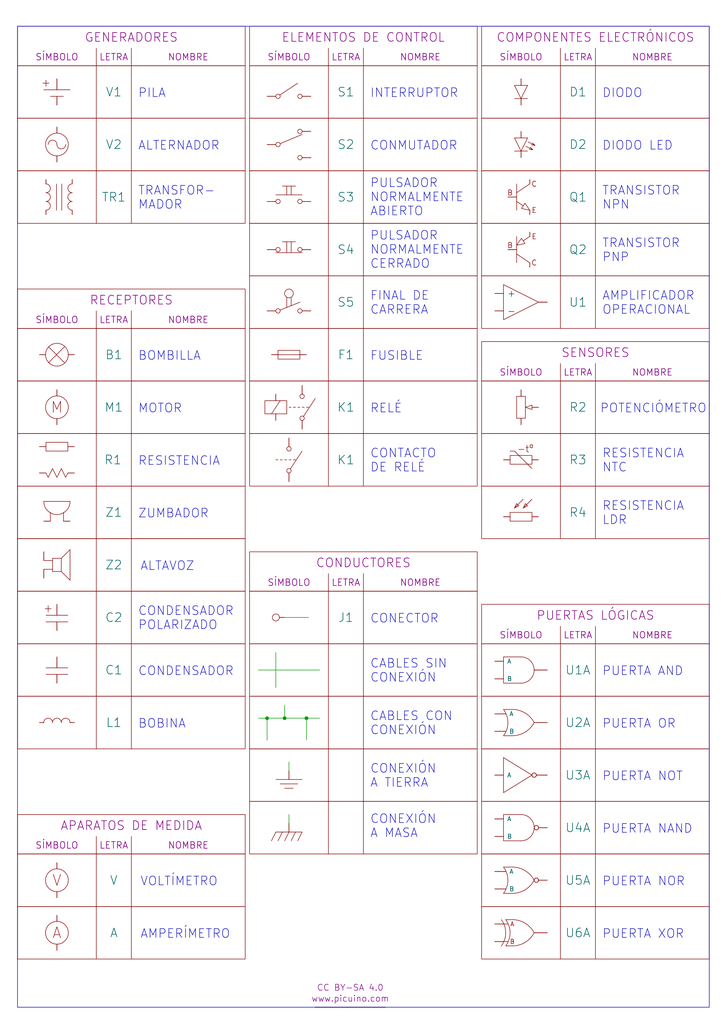
<source format=kicad_sch>
(kicad_sch (version 20231120) (generator "eeschema") (generator_version "8.0")
  (paper "A4" portrait)
  (title_block (title "Símbolos eléctricos y electrónicos.") (date "23/10/2018") (company "www.picuino.com") (comment 1 "Copyright (c) 2018 by Carlos Pardo") (comment 2 "License CC BY-SA 4.0"))
  (lib_symbols
    (symbol "AO_1" (pin_names (offset 1.016))
      (property "Reference" "U1" (at 20.955 0 0))
      (symbol "AO_1_1_1"
        (pin output line (at 12.7 0 180) (length 2.54) (name "") (number ""))
        (pin input line (at -2.54 2.54 0) (length 2.54) (name "+") (number ""))
        (pin input line (at -2.54 -2.54 0) (length 2.54) (name "-") (number ""))
      )
    )
    (symbol "electric-simbolos-nombres-rescue:amperimetro-simbolos" (pin_names (offset 1.016))
      (property "Reference" "A" (at 5.08 -5.08 0))
      (symbol "amperimetro-simbolos_0_0"
        (text "A" (at 0 -5.08 0) (effects (font (size 3.175 3.175))))
      )
      (symbol "amperimetro-simbolos_1_1"
        (pin input line (at 0 -10.16 90) (length 1.778) (name "") (number ""))
        (pin input line (at 0 0 270) (length 1.778) (name "") (number ""))
      )
    )
    (symbol "electric-simbolos-nombres-rescue:condensador-simbolos" (pin_names (offset 1.016))
      (property "Reference" "C" (at 3.81 -4.445 0))
      (symbol "condensador-simbolos_1_1"
        (pin input line (at 0 -7.62 90) (length 2.54) (name "") (number ""))
        (pin input line (at 0 0 270) (length 3.175) (name "") (number ""))
      )
    )
    (symbol "electric-simbolos-nombres-rescue:condensador_pol-simbolos" (pin_names (offset 1.016))
      (property "Reference" "C" (at 3.81 -4.445 0))
      (symbol "condensador_pol-simbolos_1_1"
        (pin input line (at 0 -7.62 90) (length 2.54) (name "") (number ""))
        (pin input line (at 0 0 270) (length 3.175) (name "") (number ""))
      )
    )
    (symbol "electric-simbolos-nombres-rescue:conector-simbolos" (pin_names (offset 1.016))
      (symbol "conector-simbolos_1_1"
        (pin input line (at 0 0 0) (length 1.524) (name "") (number ""))
      )
    )
    (symbol "electric-simbolos-nombres-rescue:diodo-simbolos" (pin_names (offset 1.016))
      (property "Reference" "D" (at 2.54 -3.81 0))
      (symbol "diodo-simbolos_1_1"
        (pin input line (at 0 -7.62 90) (length 1.905) (name "") (number ""))
        (pin input line (at 0 0 270) (length 1.905) (name "") (number ""))
      )
    )
    (symbol "electric-simbolos-nombres-rescue:diodo_led-simbolos" (pin_names (offset 1.016))
      (property "Reference" "D" (at 5.08 -3.81 0))
      (symbol "diodo_led-simbolos_1_1"
        (pin input line (at 0 -7.62 90) (length 1.905) (name "") (number ""))
        (pin input line (at 0 0 270) (length 1.905) (name "") (number ""))
      )
    )
    (symbol "electric-simbolos-nombres-rescue:final_carrera-simbolos" (pin_names (offset 1.016))
      (property "Reference" "S" (at 4.445 3.175 0))
      (symbol "final_carrera-simbolos_1_1"
        (pin input line (at 0 0 0) (length 2.54) (name "") (number ""))
        (pin input line (at 12.7 0 180) (length 2.54) (name "") (number ""))
      )
    )
    (symbol "electric-simbolos-nombres-rescue:fusible-simbolos" (pin_names (offset 1.016))
      (property "Reference" "F" (at 1.905 -5.08 0))
      (symbol "fusible-simbolos_1_1"
        (pin input line (at 0 -10.16 90) (length 1.905) (name "") (number ""))
        (pin input line (at 0 0 270) (length 1.905) (name "") (number ""))
      )
    )
    (symbol "electric-simbolos-nombres-rescue:generador-simbolos" (pin_names (offset 1.016))
      (property "Reference" "V" (at 4.445 -5.08 0))
      (symbol "generador-simbolos_1_1"
        (pin input line (at 0 -10.16 90) (length 1.778) (name "") (number ""))
        (pin input line (at 0 0 270) (length 1.778) (name "") (number ""))
      )
    )
    (symbol "electric-simbolos-nombres-rescue:inductancia-simbolos" (pin_names (offset 1.016))
      (property "Reference" "L" (at 0.635 -5.08 0))
      (symbol "inductancia-simbolos_1_1"
        (pin input line (at 0 -10.16 90) (length 1.27) (name "") (number ""))
        (pin input line (at 0 0 270) (length 1.27) (name "") (number ""))
      )
    )
    (symbol "electric-simbolos-nombres-rescue:lampara-simbolos" (pin_names (offset 1.016))
      (property "Reference" "L" (at 4.445 -5.08 0))
      (symbol "lampara-simbolos_1_1"
        (pin input line (at 0 -10.16 90) (length 1.778) (name "") (number ""))
        (pin input line (at 0 0 270) (length 1.778) (name "") (number ""))
      )
    )
    (symbol "electric-simbolos-nombres-rescue:logic_and-simbolos" (pin_names (offset 1.016))
      (property "Reference" "U1" (at 24.13 -2.54 0))
      (symbol "logic_and-simbolos_1_1"
        (pin output line (at 15.24 -2.54 180) (length 3.81) (name "") (number ""))
        (pin input line (at 0 0 0) (length 2.54) (name "A") (number ""))
        (pin input line (at 0 -5.08 0) (length 2.54) (name "B") (number ""))
      )
      (symbol "logic_and-simbolos_2_1"
        (pin input line (at 0 0 0) (length 2.54) (name "A") (number "4"))
        (pin input line (at 0 -5.08 0) (length 2.54) (name "B") (number "5"))
        (pin output line (at 15.24 -2.54 180) (length 3.81) (name "") (number "6"))
      )
      (symbol "logic_and-simbolos_3_1"
        (pin input line (at 0 -5.08 0) (length 2.54) (name "B") (number "10"))
        (pin output line (at 15.24 -2.54 180) (length 3.81) (name "") (number "8"))
        (pin input line (at 0 0 0) (length 2.54) (name "A") (number "9"))
      )
      (symbol "logic_and-simbolos_4_1"
        (pin output line (at 15.24 -2.54 180) (length 3.81) (name "") (number "11"))
        (pin input line (at 0 0 0) (length 2.54) (name "A") (number "12"))
        (pin input line (at 0 -5.08 0) (length 2.54) (name "B") (number "13"))
      )
    )
    (symbol "electric-simbolos-nombres-rescue:logic_nand-simbolos" (pin_names (offset 1.016))
      (property "Reference" "U4" (at 24.13 -2.54 0))
      (symbol "logic_nand-simbolos_1_1"
        (pin output inverted (at 15.24 -2.54 180) (length 3.81) (name "") (number ""))
        (pin input line (at 0 0 0) (length 2.54) (name "A") (number ""))
        (pin input line (at 0 -5.08 0) (length 2.54) (name "B") (number ""))
      )
      (symbol "logic_nand-simbolos_2_1"
        (pin input line (at 0 0 0) (length 2.54) (name "A") (number "4"))
        (pin input line (at 0 -5.08 0) (length 2.54) (name "B") (number "5"))
        (pin output inverted (at 15.24 -2.54 180) (length 3.81) (name "") (number "6"))
      )
      (symbol "logic_nand-simbolos_3_1"
        (pin input line (at 0 -5.08 0) (length 2.54) (name "B") (number "10"))
        (pin output inverted (at 15.24 -2.54 180) (length 3.81) (name "") (number "8"))
        (pin input line (at 0 0 0) (length 2.54) (name "A") (number "9"))
      )
      (symbol "logic_nand-simbolos_4_1"
        (pin output inverted (at 15.24 -2.54 180) (length 3.81) (name "") (number "11"))
        (pin input line (at 0 0 0) (length 2.54) (name "A") (number "12"))
        (pin input line (at 0 -5.08 0) (length 2.54) (name "B") (number "13"))
      )
    )
    (symbol "electric-simbolos-nombres-rescue:logic_nor-simbolos" (pin_names (offset 1.016))
      (property "Reference" "U5" (at 24.13 -2.54 0))
      (symbol "logic_nor-simbolos_1_1"
        (pin output inverted (at 15.24 -2.54 180) (length 3.81) (name "") (number ""))
        (pin input line (at 0 0 0) (length 3.175) (name "A") (number ""))
        (pin input line (at 0 -5.08 0) (length 3.175) (name "B") (number ""))
      )
      (symbol "logic_nor-simbolos_2_1"
        (pin input line (at 0 0 0) (length 3.175) (name "A") (number "4"))
        (pin input line (at 0 -5.08 0) (length 3.175) (name "B") (number "5"))
        (pin output inverted (at 15.24 -2.54 180) (length 3.81) (name "") (number "6"))
      )
      (symbol "logic_nor-simbolos_3_1"
        (pin input line (at 0 -5.08 0) (length 3.175) (name "B") (number "10"))
        (pin output inverted (at 15.24 -2.54 180) (length 3.81) (name "") (number "8"))
        (pin input line (at 0 0 0) (length 3.175) (name "A") (number "9"))
      )
      (symbol "logic_nor-simbolos_4_1"
        (pin output inverted (at 15.24 -2.54 180) (length 3.81) (name "") (number "11"))
        (pin input line (at 0 0 0) (length 3.175) (name "A") (number "12"))
        (pin input line (at 0 -5.08 0) (length 3.175) (name "B") (number "13"))
      )
    )
    (symbol "electric-simbolos-nombres-rescue:logic_not-simbolos" (pin_names (offset 1.016))
      (property "Reference" "U3" (at 24.13 -2.54 0))
      (symbol "logic_not-simbolos_1_1"
        (pin output inverted (at 15.24 -2.54 180) (length 4.445) (name "") (number ""))
        (pin input line (at 0 -2.54 0) (length 2.54) (name "A") (number ""))
      )
      (symbol "logic_not-simbolos_2_1"
        (pin input line (at 0 -2.54 0) (length 2.54) (name "A") (number "4"))
        (pin output inverted (at 15.24 -2.54 180) (length 4.445) (name "") (number "6"))
      )
      (symbol "logic_not-simbolos_3_1"
        (pin output inverted (at 15.24 -2.54 180) (length 4.445) (name "") (number "8"))
        (pin input line (at 0 -2.54 0) (length 2.54) (name "A") (number "9"))
      )
      (symbol "logic_not-simbolos_4_1"
        (pin output inverted (at 15.24 -2.54 180) (length 4.445) (name "") (number "11"))
        (pin input line (at 0 -2.54 0) (length 2.54) (name "A") (number "12"))
      )
    )
    (symbol "electric-simbolos-nombres-rescue:logic_or-simbolos" (pin_names (offset 1.016))
      (property "Reference" "U2" (at 24.13 -2.54 0))
      (symbol "logic_or-simbolos_1_1"
        (pin output line (at 15.24 -2.54 180) (length 3.81) (name "") (number ""))
        (pin input line (at 0 0 0) (length 3.175) (name "A") (number ""))
        (pin input line (at 0 -5.08 0) (length 3.175) (name "B") (number ""))
      )
      (symbol "logic_or-simbolos_2_1"
        (pin input line (at 0 0 0) (length 3.175) (name "A") (number "4"))
        (pin input line (at 0 -5.08 0) (length 3.175) (name "B") (number "5"))
        (pin output line (at 15.24 -2.54 180) (length 3.81) (name "") (number "6"))
      )
      (symbol "logic_or-simbolos_3_1"
        (pin input line (at 0 -5.08 0) (length 3.175) (name "B") (number "10"))
        (pin output line (at 15.24 -2.54 180) (length 3.81) (name "") (number "8"))
        (pin input line (at 0 0 0) (length 3.175) (name "A") (number "9"))
      )
      (symbol "logic_or-simbolos_4_1"
        (pin output line (at 15.24 -2.54 180) (length 3.81) (name "") (number "11"))
        (pin input line (at 0 0 0) (length 3.175) (name "A") (number "12"))
        (pin input line (at 0 -5.08 0) (length 3.175) (name "B") (number "13"))
      )
    )
    (symbol "electric-simbolos-nombres-rescue:logic_xor-simbolos" (pin_names (offset 1.016))
      (property "Reference" "U6" (at 24.13 -2.54 0))
      (symbol "logic_xor-simbolos_0_0"
        (text "A" (at 5.08 0 0) (effects (font (size 1.27 1.27))))
        (text "B" (at 5.08 -5.08 0) (effects (font (size 1.27 1.27))))
      )
      (symbol "logic_xor-simbolos_1_1"
        (pin input line (at 0 -5.08 0) (length 2.54) (name "") (number ""))
        (pin input line (at 0 0 0) (length 2.54) (name "") (number ""))
        (pin output line (at 15.24 -2.54 180) (length 3.81) (name "") (number ""))
      )
      (symbol "logic_xor-simbolos_2_1"
        (pin input line (at 0 0 0) (length 2.54) (name "") (number "4"))
        (pin input line (at 0 -5.08 0) (length 2.54) (name "") (number "5"))
        (pin output line (at 15.24 -2.54 180) (length 3.81) (name "") (number "6"))
      )
      (symbol "logic_xor-simbolos_3_1"
        (pin input line (at 0 -5.08 0) (length 2.54) (name "") (number "10"))
        (pin output line (at 15.24 -2.54 180) (length 3.81) (name "") (number "8"))
        (pin input line (at 0 0 0) (length 2.54) (name "") (number "9"))
      )
      (symbol "logic_xor-simbolos_4_1"
        (pin output line (at 15.24 -2.54 180) (length 3.81) (name "") (number "11"))
        (pin input line (at 0 0 0) (length 2.54) (name "") (number "12"))
        (pin input line (at 0 -5.08 0) (length 2.54) (name "") (number "13"))
      )
    )
    (symbol "electric-simbolos-nombres-rescue:marco_1-simbolos" (pin_names (offset 1.016)))
    (symbol "electric-simbolos-nombres-rescue:marco_2-simbolos" (pin_names (offset 1.016))
      (property "Field4" "TIPO" (at 33.02 -4.445 0))
      (property "Field5" "SÍMBOLO" (at 11.43 -11.43 0))
      (property "Field6" "LETRA" (at 27.94 -11.43 0))
      (property "Field7" "NOMBRE" (at 48.26 -11.43 0))
    )
    (symbol "electric-simbolos-nombres-rescue:masa-simbolos" (pin_names (offset 1.016))
      (symbol "masa-simbolos_1_1"
        (pin input line (at 0 0 270) (length 2.54) (name "") (number ""))
      )
    )
    (symbol "electric-simbolos-nombres-rescue:motor-simbolos" (pin_names (offset 1.016))
      (property "Reference" "M" (at 4.445 -5.08 0))
      (symbol "motor-simbolos_0_0"
        (text "M" (at 0 -5.08 0) (effects (font (size 3.175 3.175))))
      )
      (symbol "motor-simbolos_1_1"
        (pin input line (at 0 -10.16 90) (length 1.778) (name "") (number ""))
        (pin input line (at 0 0 270) (length 1.778) (name "") (number ""))
      )
    )
    (symbol "electric-simbolos-nombres-rescue:pulsador_na-simbolos" (pin_names (offset 1.016))
      (property "Reference" "S" (at 1.905 3.175 0))
      (symbol "pulsador_na-simbolos_1_1"
        (pin input line (at 0 0 0) (length 2.54) (name "") (number ""))
        (pin input line (at 12.7 0 180) (length 2.54) (name "") (number ""))
      )
    )
    (symbol "electric-simbolos-nombres-rescue:pulsador_nc-simbolos" (pin_names (offset 1.016))
      (property "Reference" "S" (at 3.81 3.175 0))
      (symbol "pulsador_nc-simbolos_1_1"
        (pin input line (at 0 0 0) (length 2.54) (name "") (number ""))
        (pin input line (at 12.7 0 180) (length 2.54) (name "") (number ""))
      )
    )
    (symbol "electric-simbolos-nombres-rescue:rele-simbolos" (pin_names (offset 1.016))
      (property "Reference" "K" (at -4.445 -3.81 0))
      (symbol "rele-simbolos_1_1"
        (pin input line (at 0 -7.62 90) (length 1.905) (name "") (number ""))
        (pin input line (at 0 0 270) (length 1.905) (name "") (number ""))
        (pin input line (at 7.62 -10.16 90) (length 2.54) (name "") (number ""))
        (pin input line (at 7.62 2.54 270) (length 2.54) (name "") (number ""))
      )
    )
    (symbol "electric-simbolos-nombres-rescue:rele_contacto-simbolos" (pin_names (offset 1.016))
      (property "Reference" "K" (at 1.27 -1.27 0))
      (symbol "rele_contacto-simbolos_1_1"
        (pin input line (at 0 -12.7 90) (length 2.54) (name "") (number ""))
        (pin input line (at 0 0 270) (length 2.54) (name "") (number ""))
      )
    )
    (symbol "electric-simbolos-nombres-rescue:resistencia-simbolos" (pin_names (offset 1.016))
      (property "Reference" "R1" (at 4.572 -5.334 0))
      (symbol "resistencia-simbolos_1_1"
        (pin input line (at 0 -10.16 90) (length 1.905) (name "") (number ""))
        (pin input line (at 0 0 270) (length 1.905) (name "") (number ""))
      )
    )
    (symbol "electric-simbolos-nombres-rescue:selector-simbolos" (pin_names (offset 1.016))
      (property "Reference" "S" (at 4.445 3.175 0))
      (symbol "selector-simbolos_1_1"
        (pin input line (at 0 0 0) (length 2.54) (name "") (number ""))
        (pin input line (at 12.7 -3.81 180) (length 2.54) (name "") (number ""))
        (pin input line (at 12.7 3.81 180) (length 2.54) (name "") (number ""))
      )
    )
    (symbol "electric-simbolos-nombres-rescue:switch-simbolos" (pin_names (offset 1.016))
      (property "Reference" "S" (at 4.445 3.175 0))
      (symbol "switch-simbolos_1_1"
        (pin input line (at 0 0 0) (length 2.54) (name "") (number ""))
        (pin input line (at 12.7 0 180) (length 2.54) (name "") (number ""))
      )
    )
    (symbol "simbolos-electricos:CopyRight" (pin_names (offset 1.016))
      (property "License" "CC BY-SA 4.0" (at -1.27 -1.27 0))
      (property "Web" "www.picuino.com" (at 0 -1.27 0))
    )
    (symbol "simbolos-electricos:LDR" (pin_names (offset 1.016))
      (property "Reference" "R" (at 1.905 -5.08 0))
      (symbol "LDR_1_1"
        (pin input line (at 0 -10.16 90) (length 1.905) (name "") (number ""))
        (pin input line (at 0 0 270) (length 1.905) (name "") (number ""))
      )
    )
    (symbol "simbolos-electricos:NPN" (pin_names (offset 1.016))
      (property "Reference" "Q1" (at 11.43 -5.08 0))
      (symbol "NPN_0_0"
        (text "C" (at 7.62 -1.27 0) (effects (font (size 1.524 1.524))))
        (text "E" (at 7.62 -8.89 0) (effects (font (size 1.524 1.524))))
      )
      (symbol "NPN_1_0"
        (text "B" (at 0.635 -3.81 0) (effects (font (size 1.524 1.524))))
      )
      (symbol "NPN_1_1"
        (pin input line (at 0 -5.08 0) (length 2.54) (name "") (number ""))
        (pin input line (at 6.35 -10.16 90) (length 1.27) (name "") (number ""))
        (pin input line (at 6.35 0 270) (length 1.27) (name "") (number ""))
      )
    )
    (symbol "simbolos-electricos:NTC" (pin_names (offset 1.016))
      (property "Reference" "R" (at 1.905 -5.08 0))
      (symbol "NTC_1_0"
        (text "-tº" (at -3.175 -3.81 900) (effects (font (size 1.905 1.905))))
      )
      (symbol "NTC_1_1"
        (pin input line (at 0 -10.16 90) (length 1.905) (name "") (number ""))
        (pin input line (at 0 0 270) (length 1.905) (name "") (number ""))
      )
    )
    (symbol "simbolos-electricos:PNP" (pin_names (offset 1.016))
      (property "Reference" "Q2" (at 20.32 -5.08 0))
      (symbol "PNP_0_0"
        (text "B" (at 0.635 -3.81 0) (effects (font (size 1.524 1.524))))
        (text "C" (at 7.62 -8.89 0) (effects (font (size 1.524 1.524))))
        (text "E" (at 7.62 -1.27 0) (effects (font (size 1.524 1.524))))
      )
      (symbol "PNP_1_1"
        (pin input line (at 0 -5.08 0) (length 2.54) (name "") (number ""))
        (pin input line (at 6.35 -10.16 90) (length 1.27) (name "") (number ""))
        (pin input line (at 6.35 0 270) (length 1.27) (name "") (number ""))
      )
    )
    (symbol "simbolos-electricos:Pila" (pin_names (offset 1.016))
      (property "Reference" "V" (at 5.08 -4.445 0))
      (symbol "Pila_1_1"
        (pin input line (at 0 -7.62 90) (length 2.54) (name "") (number ""))
        (pin input line (at 0 0 270) (length 3.175) (name "") (number ""))
      )
    )
    (symbol "simbolos-electricos:altavoz" (pin_names (offset 1.016))
      (property "Reference" "Z" (at 5.715 0.635 0))
      (symbol "altavoz_1_1"
        (pin input line (at 0 -7.62 90) (length 2.54) (name "") (number ""))
        (pin input line (at 0 0 270) (length 2.54) (name "") (number ""))
      )
    )
    (symbol "simbolos-electricos:potenciometro" (pin_names (offset 1.016))
      (property "Reference" "R" (at 1.905 -1.905 0))
      (symbol "potenciometro_1_1"
        (pin input line (at 0 -10.16 90) (length 1.905) (name "") (number ""))
        (pin input line (at 0 0 270) (length 1.905) (name "") (number ""))
        (pin input line (at 5.08 -5.08 180) (length 1.905) (name "") (number ""))
      )
    )
    (symbol "simbolos-electricos:resistencia" (pin_names (offset 1.016))
      (property "Reference" "R" (at 1.905 -5.08 0))
      (symbol "resistencia_1_1"
        (pin input line (at 0 -10.16 90) (length 1.905) (name "") (number ""))
        (pin input line (at 0 0 270) (length 1.905) (name "") (number ""))
      )
    )
    (symbol "simbolos-electricos:tierra" (pin_names (offset 1.016))
      (symbol "tierra_1_1"
        (pin input line (at 0 0 270) (length 2.54) (name "") (number ""))
      )
    )
    (symbol "simbolos-electricos:transformador" (pin_names (offset 1.016))
      (property "Reference" "TR" (at 8.89 -5.08 0))
      (symbol "transformador_1_1"
        (pin input line (at 0 -10.16 90) (length 1.27) (name "") (number ""))
        (pin input line (at 0 0 270) (length 1.27) (name "") (number ""))
        (pin input line (at 7.62 -10.16 90) (length 1.27) (name "") (number ""))
        (pin input line (at 7.62 0 270) (length 1.27) (name "") (number ""))
      )
    )
    (symbol "simbolos-electricos:voltimetro" (pin_names (offset 1.016))
      (property "Reference" "V" (at 5.08 -5.08 0))
      (symbol "voltimetro_0_0"
        (text "V" (at 0 -5.08 0) (effects (font (size 3.175 3.175))))
      )
      (symbol "voltimetro_1_1"
        (pin input line (at 0 -10.16 90) (length 1.778) (name "") (number ""))
        (pin input line (at 0 0 270) (length 1.778) (name "") (number ""))
      )
    )
    (symbol "simbolos-electricos:zumbador" (pin_names (offset 1.016))
      (property "Reference" "Z" (at 3.81 8.255 0))
      (symbol "zumbador_1_1"
        (pin input line (at 0 0 0) (length 1.905) (name "") (number ""))
        (pin input line (at 7.62 0 180) (length 1.905) (name "") (number ""))
      )
    )
  )
  (junction (at 82.55 208.28))
  (junction (at 77.47 208.28))
  (junction (at 88.9 208.28))
  (polyline (pts (xy 205.74 292.1) (xy 205.74 7.62)))
  (wire (pts (xy 88.9 208.28) (xy 92.71 208.28)))
  (wire (pts (xy 74.93 194.31) (xy 92.71 194.31)))
  (wire (pts (xy 77.47 214.63) (xy 77.47 208.28)))
  (polyline (pts (xy 5.08 7.62) (xy 205.74 7.62)))
  (wire (pts (xy 82.55 179.07) (xy 89.535 179.07)))
  (wire (pts (xy 82.55 208.28) (xy 82.55 204.47)))
  (polyline (pts (xy 5.08 292.1) (xy 5.08 7.62)))
  (wire (pts (xy 74.93 208.28) (xy 77.47 208.28)))
  (wire (pts (xy 83.82 223.52) (xy 83.82 220.98)))
  (wire (pts (xy 83.82 238.76) (xy 83.82 236.22)))
  (wire (pts (xy 77.47 208.28) (xy 82.55 208.28)))
  (wire (pts (xy 88.9 214.63) (xy 88.9 208.28)))
  (polyline (pts (xy 5.08 292.1) (xy 205.74 292.1)))
  (wire (pts (xy 80.01 189.23) (xy 80.01 199.39)))
  (wire (pts (xy 82.55 208.28) (xy 88.9 208.28)))
  (text "BOMBILLA" (at 40.005 104.775 0) (effects (font (size 2.54 2.54)) (justify left bottom)))
  (text "PUERTA NAND" (at 174.625 241.935 0) (effects (font (size 2.54 2.54)) (justify left bottom)))
  (text "RELÉ" (at 107.315 120.015 0) (effects (font (size 2.54 2.54)) (justify left bottom)))
  (text "AMPLIFICADOR\nOPERACIONAL\n" (at 174.625 91.44 0) (effects (font (size 2.54 2.54)) (justify left bottom)))
  (text "PUERTA NOR" (at 174.625 257.175 0) (effects (font (size 2.54 2.54)) (justify left bottom)))
  (text "FUSIBLE" (at 107.315 104.775 0) (effects (font (size 2.54 2.54)) (justify left bottom)))
  (text "POTENCIÓMETRO" (at 173.99 120.015 0) (effects (font (size 2.54 2.54)) (justify left bottom)))
  (text "CONMUTADOR" (at 107.315 43.815 0) (effects (font (size 2.54 2.54)) (justify left bottom)))
  (text "TRANSISTOR\nPNP" (at 174.625 76.2 0) (effects (font (size 2.54 2.54)) (justify left bottom)))
  (text "CONEXIÓN\nA TIERRA\n" (at 107.315 228.6 0) (effects (font (size 2.54 2.54)) (justify left bottom)))
  (text "INTERRUPTOR" (at 107.315 28.575 0) (effects (font (size 2.54 2.54)) (justify left bottom)))
  (text "PUERTA OR" (at 174.625 211.455 0) (effects (font (size 2.54 2.54)) (justify left bottom)))
  (text "CONDENSADOR\nPOLARIZADO" (at 40.005 182.88 0) (effects (font (size 2.54 2.54)) (justify left bottom)))
  (text "ALTAVOZ" (at 40.64 165.735 0) (effects (font (size 2.54 2.54)) (justify left bottom)))
  (text "PILA" (at 40.005 28.575 0) (effects (font (size 2.54 2.54)) (justify left bottom)))
  (text "CABLES CON\nCONEXIÓN\n" (at 107.315 213.36 0) (effects (font (size 2.54 2.54)) (justify left bottom)))
  (text "MOTOR" (at 40.005 120.015 0) (effects (font (size 2.54 2.54)) (justify left bottom)))
  (text "DIODO" (at 174.625 28.575 0) (effects (font (size 2.54 2.54)) (justify left bottom)))
  (text "CABLES SIN\nCONEXIÓN\n" (at 107.315 198.12 0) (effects (font (size 2.54 2.54)) (justify left bottom)))
  (text "CONTACTO\nDE RELÉ" (at 107.315 137.16 0) (effects (font (size 2.54 2.54)) (justify left bottom)))
  (text "BOBINA" (at 40.005 211.455 0) (effects (font (size 2.54 2.54)) (justify left bottom)))
  (text "CONEXIÓN\nA MASA\n" (at 107.315 243.205 0) (effects (font (size 2.54 2.54)) (justify left bottom)))
  (text "DIODO LED" (at 174.625 43.815 0) (effects (font (size 2.54 2.54)) (justify left bottom)))
  (text "PUERTA AND" (at 174.625 196.215 0) (effects (font (size 2.54 2.54)) (justify left bottom)))
  (text "RESISTENCIA\nNTC" (at 174.625 137.16 0) (effects (font (size 2.54 2.54)) (justify left bottom)))
  (text "PULSADOR\nNORMALMENTE\nABIERTO" (at 107.315 62.865 0) (effects (font (size 2.54 2.54)) (justify left bottom)))
  (text "RESISTENCIA\nLDR" (at 174.625 152.4 0) (effects (font (size 2.54 2.54)) (justify left bottom)))
  (text "RESISTENCIA" (at 40.005 135.255 0) (effects (font (size 2.54 2.54)) (justify left bottom)))
  (text "ZUMBADOR\n" (at 40.005 150.495 0) (effects (font (size 2.54 2.54)) (justify left bottom)))
  (text "ALTERNADOR" (at 40.005 43.815 0) (effects (font (size 2.54 2.54)) (justify left bottom)))
  (text "AMPERÍMETRO" (at 40.64 272.415 0) (effects (font (size 2.54 2.54)) (justify left bottom)))
  (text "CONECTOR\n" (at 107.315 180.975 0) (effects (font (size 2.54 2.54)) (justify left bottom)))
  (text "PUERTA NOT" (at 174.625 226.695 0) (effects (font (size 2.54 2.54)) (justify left bottom)))
  (text "PULSADOR\nNORMALMENTE\nCERRADO" (at 107.315 78.105 0) (effects (font (size 2.54 2.54)) (justify left bottom)))
  (text "PUERTA XOR" (at 174.625 272.415 0) (effects (font (size 2.54 2.54)) (justify left bottom)))
  (text "TRANSISTOR\nNPN" (at 174.625 60.96 0) (effects (font (size 2.54 2.54)) (justify left bottom)))
  (text "FINAL DE\nCARRERA" (at 107.315 91.44 0) (effects (font (size 2.54 2.54)) (justify left bottom)))
  (text "CONDENSADOR" (at 40.005 196.215 0) (effects (font (size 2.54 2.54)) (justify left bottom)))
  (text "TRANSFOR-\nMADOR" (at 40.005 60.96 0) (effects (font (size 2.54 2.54)) (justify left bottom)))
  (text "VOLTÍMETRO" (at 40.64 257.175 0) (effects (font (size 2.54 2.54)) (justify left bottom)))
  (symbol (lib_id "simbolos-electricos:Pila") (at 16.51 22.86 0) (unit 1)
    (property "Reference" "V1" (at 33.02 26.67 0) (effects (font (size 2.54 2.54))))
    (property "Value" "PILA" (effects (hide yes)))
  )
  (symbol (lib_id "electric-simbolos-nombres-rescue:switch-simbolos") (at 77.47 27.94 0) (unit 1)
    (property "Reference" "S1" (at 100.33 26.67 0) (effects (font (size 2.54 2.54))))
    (property "Value" "INTERRUPTOR" (effects (hide yes)))
  )
  (symbol (lib_id "electric-simbolos-nombres-rescue:lampara-simbolos") (at 21.59 102.87 270) (unit 1)
    (property "Reference" "B1" (at 33.02 102.87 90) (effects (font (size 2.54 2.54))))
    (property "Value" "LÁMPARA" (effects (hide yes)))
  )
  (symbol (lib_id "electric-simbolos-nombres-rescue:pulsador_na-simbolos") (at 77.47 58.42 0) (unit 1)
    (property "Reference" "S3" (at 100.33 57.15 0) (effects (font (size 2.54 2.54))))
    (property "Value" "PULSADOR" (effects (hide yes)))
    (property "Valor2" "NORMALMENTE" (effects (hide yes)))
    (property "Campo5" "ABIERTO" (effects (hide yes)))
  )
  (symbol (lib_id "electric-simbolos-nombres-rescue:pulsador_nc-simbolos") (at 77.47 72.39 0) (unit 1)
    (property "Reference" "S4" (at 100.33 72.39 0) (effects (font (size 2.54 2.54))))
    (property "Value" "PULSADOR" (effects (hide yes)))
    (property "Valor2" "NORMALMENTE" (effects (hide yes)))
    (property "Valor3" "CERRADO" (effects (hide yes)))
  )
  (symbol (lib_id "simbolos-electricos:altavoz") (at 12.7 160.02 0) (unit 1)
    (property "Reference" "Z2" (at 33.02 163.83 0) (effects (font (size 2.54 2.54))))
    (property "Value" "ALTAVOZ" (effects (hide yes)))
  )
  (symbol (lib_id "electric-simbolos-nombres-rescue:condensador-simbolos") (at 16.51 190.5 0) (unit 1)
    (property "Reference" "C1" (at 33.02 194.31 0) (effects (font (size 2.54 2.54))))
    (property "Value" "CONDENSADOR" (effects (hide yes)))
  )
  (symbol (lib_id "electric-simbolos-nombres-rescue:condensador_pol-simbolos") (at 16.51 175.26 0) (unit 1)
    (property "Reference" "C2" (at 33.02 179.07 0) (effects (font (size 2.54 2.54))))
    (property "Value" "CONDENSADOR" (effects (hide yes)))
    (property "Campo4" "POLARIZADO" (effects (hide yes)))
  )
  (symbol (lib_id "electric-simbolos-nombres-rescue:diodo-simbolos") (at 151.13 22.86 0) (unit 1)
    (property "Reference" "D1" (at 167.64 26.67 0) (effects (font (size 2.54 2.54))))
    (property "Value" "DIODO" (effects (hide yes)))
  )
  (symbol (lib_id "electric-simbolos-nombres-rescue:diodo_led-simbolos") (at 151.13 38.1 0) (unit 1)
    (property "Reference" "D2" (at 167.64 41.91 0) (effects (font (size 2.54 2.54))))
    (property "Value" "DIODO LED" (effects (hide yes)))
  )
  (symbol (lib_id "electric-simbolos-nombres-rescue:fusible-simbolos") (at 88.9 102.87 270) (unit 1)
    (property "Reference" "F1" (at 100.33 102.87 90) (effects (font (size 2.54 2.54))))
    (property "Value" "FUSIBLE" (effects (hide yes)))
  )
  (symbol (lib_id "electric-simbolos-nombres-rescue:generador-simbolos") (at 16.51 36.83 0) (unit 1)
    (property "Reference" "V2" (at 33.02 41.91 0) (effects (font (size 2.54 2.54))))
    (property "Value" "GENERADOR" (effects (hide yes)))
  )
  (symbol (lib_id "electric-simbolos-nombres-rescue:inductancia-simbolos") (at 21.59 209.55 270) (unit 1)
    (property "Reference" "L1" (at 33.02 209.55 90) (effects (font (size 2.54 2.54))))
    (property "Value" "INDUCTANCIA" (effects (hide yes)))
  )
  (symbol (lib_id "simbolos-electricos:LDR") (at 156.21 149.86 270) (unit 1)
    (property "Reference" "R4" (at 167.64 148.59 90) (effects (font (size 2.54 2.54))))
    (property "Value" "RESISTENCIA" (effects (hide yes)))
    (property "Campo4" "LDR" (effects (hide yes)))
  )
  (symbol (lib_id "electric-simbolos-nombres-rescue:masa-simbolos") (at 83.82 238.76 0) (unit 1)
    (property "Reference" "V?" (effects (hide yes)))
    (property "Value" "CONEXIÓN" (effects (hide yes)))
    (property "Campo4" "A MASA" (effects (hide yes)))
  )
  (symbol (lib_id "electric-simbolos-nombres-rescue:motor-simbolos") (at 16.51 113.03 0) (unit 1)
    (property "Reference" "M1" (at 33.02 118.11 0) (effects (font (size 2.54 2.54))))
    (property "Value" "MOTOR" (effects (hide yes)))
  )
  (symbol (lib_id "simbolos-electricos:NPN") (at 147.32 52.07 0) (unit 1)
    (property "Reference" "Q1" (at 167.64 57.15 0) (effects (font (size 2.54 2.54))))
    (property "Value" "TRANSISTOR" (effects (hide yes)))
    (property "Campo4" "NPN" (effects (hide yes)))
  )
  (symbol (lib_id "simbolos-electricos:NTC") (at 156.21 133.35 270) (unit 1)
    (property "Reference" "R3" (at 167.64 133.35 90) (effects (font (size 2.54 2.54))))
    (property "Value" "RESISTENCIA" (effects (hide yes)))
    (property "Campo4" "NTC" (effects (hide yes)))
  )
  (symbol (lib_id "simbolos-electricos:zumbador") (at 12.7 151.13 0) (unit 1)
    (property "Reference" "Z1" (at 33.02 148.59 0) (effects (font (size 2.54 2.54))))
    (property "Value" "ZUMBADOR" (effects (hide yes)))
  )
  (symbol (lib_id "simbolos-electricos:transformador") (at 13.335 52.07 0) (unit 1)
    (property "Reference" "TR1" (at 33.02 57.15 0) (effects (font (size 2.54 2.54))))
    (property "Value" "TRANSFOR-" (effects (hide yes)))
    (property "Campo4" "MADOR" (effects (hide yes)))
  )
  (symbol (lib_id "simbolos-electricos:tierra") (at 83.82 223.52 0) (unit 1)
    (property "Reference" "V?" (effects (hide yes)))
    (property "Value" "CONEXIÓN" (effects (hide yes)))
    (property "Campo4" "A TIERRA" (effects (hide yes)))
  )
  (symbol (lib_id "electric-simbolos-nombres-rescue:selector-simbolos") (at 77.47 41.91 0) (unit 1)
    (property "Reference" "S2" (at 100.33 41.91 0) (effects (font (size 2.54 2.54))))
    (property "Value" "CONMUTADOR" (effects (hide yes)))
  )
  (symbol (lib_id "electric-simbolos-nombres-rescue:rele_contacto-simbolos") (at 83.82 127 0) (unit 1)
    (property "Reference" "K1" (at 100.33 133.35 0) (effects (font (size 2.54 2.54))))
    (property "Value" "CONTACTO" (effects (hide yes)))
    (property "Campo4" "DE RELE" (effects (hide yes)))
  )
  (symbol (lib_id "electric-simbolos-nombres-rescue:rele-simbolos") (at 80.01 114.3 0) (unit 1)
    (property "Reference" "K1" (at 100.33 118.11 0) (effects (font (size 2.54 2.54))))
    (property "Value" "RELE" (effects (hide yes)))
  )
  (symbol (lib_id "electric-simbolos-nombres-rescue:final_carrera-simbolos") (at 77.47 90.17 0) (unit 1)
    (property "Reference" "S5" (at 100.33 87.63 0) (effects (font (size 2.54 2.54))))
    (property "Value" "FINAL DE" (effects (hide yes)))
    (property "Campo4" "CARRERA" (effects (hide yes)))
  )
  (symbol (lib_id "simbolos-electricos:PNP") (at 147.32 67.31 0) (unit 1)
    (property "Reference" "Q2" (at 167.64 72.39 0) (effects (font (size 2.54 2.54))))
    (property "Value" "TRANSISTOR" (effects (hide yes)))
    (property "Campo4" "PNP" (effects (hide yes)))
  )
  (symbol (lib_id "electric-simbolos-nombres-rescue:marco_2-simbolos") (at 139.7 173.99 0) (unit 1)
    (property "Reference" "M?" (effects (hide yes)))
    (property "Value" "marco_2" (effects (hide yes)))
    (property "Campo4" "PUERTAS LÓGICAS" (at 172.72 178.435 0) (effects (font (size 2.54 2.54))))
    (property "Campo5" "SÍMBOLO" (at 151.13 184.15 0) (effects (font (size 1.905 1.905))))
    (property "Campo6" "LETRA" (at 167.64 184.15 0) (effects (font (size 1.905 1.905))))
    (property "Campo7" "NOMBRE" (at 189.23 184.15 0) (effects (font (size 1.905 1.905))))
  )
  (symbol (lib_id "electric-simbolos-nombres-rescue:logic_and-simbolos") (at 143.51 191.77 0) (unit 1)
    (property "Reference" "U1" (at 167.64 194.31 0) (effects (font (size 2.54 2.54))))
    (property "Value" "logic_and" (effects (hide yes)))
  )
  (symbol (lib_id "electric-simbolos-nombres-rescue:logic_or-simbolos") (at 143.51 207.01 0) (unit 1)
    (property "Reference" "U2" (at 167.64 209.55 0) (effects (font (size 2.54 2.54))))
    (property "Value" "logic_and" (effects (hide yes)))
    (property "Campo4" "PUERTA OR" (effects (hide yes)))
  )
  (symbol (lib_id "electric-simbolos-nombres-rescue:logic_not-simbolos") (at 143.51 222.25 0) (unit 1)
    (property "Reference" "U3" (at 167.64 224.79 0) (effects (font (size 2.54 2.54))))
    (property "Value" "logic_and" (effects (hide yes)))
    (property "Campo4" "PUERTA NOT" (effects (hide yes)))
  )
  (symbol (lib_id "electric-simbolos-nombres-rescue:logic_nand-simbolos") (at 143.51 237.49 0) (unit 1)
    (property "Reference" "U4" (at 167.64 240.03 0) (effects (font (size 2.54 2.54))))
    (property "Value" "logic_and" (effects (hide yes)))
    (property "Campo4" "PUERTA NAND" (effects (hide yes)))
  )
  (symbol (lib_id "electric-simbolos-nombres-rescue:logic_nor-simbolos") (at 143.51 252.73 0) (unit 1)
    (property "Reference" "U5" (at 167.64 255.27 0) (effects (font (size 2.54 2.54))))
    (property "Value" "logic_and" (effects (hide yes)))
    (property "Campo4" "PUERTA NOR" (effects (hide yes)))
  )
  (symbol (lib_id "electric-simbolos-nombres-rescue:logic_xor-simbolos") (at 143.51 267.97 0) (unit 1)
    (property "Reference" "U6" (at 167.64 270.51 0) (effects (font (size 2.54 2.54))))
    (property "Value" "logic_and" (effects (hide yes)))
    (property "Campo4" "PUERTA XOR" (effects (hide yes)))
  )
  (symbol (lib_id "electric-simbolos-nombres-rescue:marco_1-simbolos") (at 5.08 19.05 0) (unit 1)
    (property "Reference" "M?" (effects (hide yes)))
    (property "Value" "marco_1" (effects (hide yes)))
  )
  (symbol (lib_id "electric-simbolos-nombres-rescue:marco_1-simbolos") (at 5.08 34.29 0) (unit 1)
    (property "Reference" "M?" (effects (hide yes)))
    (property "Value" "marco_1" (effects (hide yes)))
  )
  (symbol (lib_id "electric-simbolos-nombres-rescue:marco_1-simbolos") (at 5.08 49.53 0) (unit 1)
    (property "Reference" "M?" (effects (hide yes)))
    (property "Value" "marco_1" (effects (hide yes)))
  )
  (symbol (lib_id "electric-simbolos-nombres-rescue:marco_1-simbolos") (at 5.08 95.25 0) (unit 1)
    (property "Reference" "M?" (effects (hide yes)))
    (property "Value" "marco_1" (effects (hide yes)))
  )
  (symbol (lib_id "electric-simbolos-nombres-rescue:marco_1-simbolos") (at 5.08 110.49 0) (unit 1)
    (property "Reference" "M?" (effects (hide yes)))
    (property "Value" "marco_1" (effects (hide yes)))
  )
  (symbol (lib_id "electric-simbolos-nombres-rescue:marco_1-simbolos") (at 5.08 125.73 0) (unit 1)
    (property "Reference" "M?" (effects (hide yes)))
    (property "Value" "marco_1" (effects (hide yes)))
  )
  (symbol (lib_id "electric-simbolos-nombres-rescue:marco_1-simbolos") (at 5.08 140.97 0) (unit 1)
    (property "Reference" "M?" (effects (hide yes)))
    (property "Value" "marco_1" (effects (hide yes)))
  )
  (symbol (lib_id "electric-simbolos-nombres-rescue:marco_1-simbolos") (at 5.08 156.21 0) (unit 1)
    (property "Reference" "M?" (effects (hide yes)))
    (property "Value" "marco_1" (effects (hide yes)))
  )
  (symbol (lib_id "electric-simbolos-nombres-rescue:marco_1-simbolos") (at 5.08 171.45 0) (unit 1)
    (property "Reference" "M?" (effects (hide yes)))
    (property "Value" "marco_1" (effects (hide yes)))
  )
  (symbol (lib_id "electric-simbolos-nombres-rescue:marco_1-simbolos") (at 5.08 186.69 0) (unit 1)
    (property "Reference" "M?" (effects (hide yes)))
    (property "Value" "marco_1" (effects (hide yes)))
  )
  (symbol (lib_id "electric-simbolos-nombres-rescue:marco_1-simbolos") (at 5.08 201.93 0) (unit 1)
    (property "Reference" "M?" (effects (hide yes)))
    (property "Value" "marco_1" (effects (hide yes)))
  )
  (symbol (lib_id "electric-simbolos-nombres-rescue:marco_1-simbolos") (at 5.08 247.65 0) (unit 1)
    (property "Reference" "M?" (effects (hide yes)))
    (property "Value" "marco_1" (effects (hide yes)))
  )
  (symbol (lib_id "electric-simbolos-nombres-rescue:marco_1-simbolos") (at 5.08 262.89 0) (unit 1)
    (property "Reference" "M?" (effects (hide yes)))
    (property "Value" "marco_1" (effects (hide yes)))
  )
  (symbol (lib_id "electric-simbolos-nombres-rescue:marco_1-simbolos") (at 72.39 186.69 0) (unit 1)
    (property "Reference" "M?" (effects (hide yes)))
    (property "Value" "marco_1" (effects (hide yes)))
  )
  (symbol (lib_id "electric-simbolos-nombres-rescue:marco_1-simbolos") (at 72.39 201.93 0) (unit 1)
    (property "Reference" "M?" (effects (hide yes)))
    (property "Value" "marco_1" (effects (hide yes)))
  )
  (symbol (lib_id "electric-simbolos-nombres-rescue:marco_1-simbolos") (at 72.39 217.17 0) (unit 1)
    (property "Reference" "M?" (effects (hide yes)))
    (property "Value" "marco_1" (effects (hide yes)))
  )
  (symbol (lib_id "electric-simbolos-nombres-rescue:marco_1-simbolos") (at 72.39 232.41 0) (unit 1)
    (property "Reference" "M?" (effects (hide yes)))
    (property "Value" "marco_1" (effects (hide yes)))
  )
  (symbol (lib_id "electric-simbolos-nombres-rescue:marco_1-simbolos") (at 72.39 19.05 0) (unit 1)
    (property "Reference" "M?" (effects (hide yes)))
    (property "Value" "marco_1" (effects (hide yes)))
  )
  (symbol (lib_id "electric-simbolos-nombres-rescue:marco_1-simbolos") (at 72.39 34.29 0) (unit 1)
    (property "Reference" "M?" (effects (hide yes)))
    (property "Value" "marco_1" (effects (hide yes)))
  )
  (symbol (lib_id "electric-simbolos-nombres-rescue:marco_1-simbolos") (at 72.39 49.53 0) (unit 1)
    (property "Reference" "M?" (effects (hide yes)))
    (property "Value" "marco_1" (effects (hide yes)))
  )
  (symbol (lib_id "electric-simbolos-nombres-rescue:marco_1-simbolos") (at 72.39 64.77 0) (unit 1)
    (property "Reference" "M?" (effects (hide yes)))
    (property "Value" "marco_1" (effects (hide yes)))
  )
  (symbol (lib_id "electric-simbolos-nombres-rescue:marco_1-simbolos") (at 72.39 80.01 0) (unit 1)
    (property "Reference" "M?" (effects (hide yes)))
    (property "Value" "marco_1" (effects (hide yes)))
  )
  (symbol (lib_id "electric-simbolos-nombres-rescue:marco_1-simbolos") (at 72.39 95.25 0) (unit 1)
    (property "Reference" "M?" (effects (hide yes)))
    (property "Value" "marco_1" (effects (hide yes)))
  )
  (symbol (lib_id "electric-simbolos-nombres-rescue:marco_1-simbolos") (at 72.39 110.49 0) (unit 1)
    (property "Reference" "M?" (effects (hide yes)))
    (property "Value" "marco_1" (effects (hide yes)))
  )
  (symbol (lib_id "electric-simbolos-nombres-rescue:marco_1-simbolos") (at 72.39 125.73 0) (unit 1)
    (property "Reference" "M?" (effects (hide yes)))
    (property "Value" "marco_1" (effects (hide yes)))
  )
  (symbol (lib_id "electric-simbolos-nombres-rescue:marco_1-simbolos") (at 139.7 125.73 0) (unit 1)
    (property "Reference" "M?" (effects (hide yes)))
    (property "Value" "marco_1" (effects (hide yes)))
  )
  (symbol (lib_id "electric-simbolos-nombres-rescue:marco_1-simbolos") (at 139.7 110.49 0) (unit 1)
    (property "Reference" "M?" (effects (hide yes)))
    (property "Value" "marco_1" (effects (hide yes)))
  )
  (symbol (lib_id "electric-simbolos-nombres-rescue:marco_1-simbolos") (at 139.7 140.97 0) (unit 1)
    (property "Reference" "M?" (effects (hide yes)))
    (property "Value" "marco_1" (effects (hide yes)))
  )
  (symbol (lib_id "electric-simbolos-nombres-rescue:marco_1-simbolos") (at 139.7 262.89 0) (unit 1)
    (property "Reference" "M?" (effects (hide yes)))
    (property "Value" "marco_1" (effects (hide yes)))
  )
  (symbol (lib_id "electric-simbolos-nombres-rescue:marco_1-simbolos") (at 139.7 186.69 0) (unit 1)
    (property "Reference" "M?" (effects (hide yes)))
    (property "Value" "marco_1" (effects (hide yes)))
  )
  (symbol (lib_id "electric-simbolos-nombres-rescue:marco_1-simbolos") (at 139.7 201.93 0) (unit 1)
    (property "Reference" "M?" (effects (hide yes)))
    (property "Value" "marco_1" (effects (hide yes)))
  )
  (symbol (lib_id "electric-simbolos-nombres-rescue:marco_1-simbolos") (at 139.7 217.17 0) (unit 1)
    (property "Reference" "M?" (effects (hide yes)))
    (property "Value" "marco_1" (effects (hide yes)))
  )
  (symbol (lib_id "electric-simbolos-nombres-rescue:marco_1-simbolos") (at 139.7 232.41 0) (unit 1)
    (property "Reference" "M?" (effects (hide yes)))
    (property "Value" "marco_1" (effects (hide yes)))
  )
  (symbol (lib_id "electric-simbolos-nombres-rescue:marco_1-simbolos") (at 139.7 247.65 0) (unit 1)
    (property "Reference" "M?" (effects (hide yes)))
    (property "Value" "marco_1" (effects (hide yes)))
  )
  (symbol (lib_id "electric-simbolos-nombres-rescue:marco_1-simbolos") (at 139.7 19.05 0) (unit 1)
    (property "Reference" "M?" (effects (hide yes)))
    (property "Value" "marco_1" (effects (hide yes)))
  )
  (symbol (lib_id "electric-simbolos-nombres-rescue:marco_1-simbolos") (at 139.7 34.29 0) (unit 1)
    (property "Reference" "M?" (effects (hide yes)))
    (property "Value" "marco_1" (effects (hide yes)))
  )
  (symbol (lib_id "electric-simbolos-nombres-rescue:marco_1-simbolos") (at 139.7 49.53 0) (unit 1)
    (property "Reference" "M?" (effects (hide yes)))
    (property "Value" "marco_1" (effects (hide yes)))
  )
  (symbol (lib_id "electric-simbolos-nombres-rescue:marco_1-simbolos") (at 139.7 64.77 0) (unit 1)
    (property "Reference" "M?" (effects (hide yes)))
    (property "Value" "marco_1" (effects (hide yes)))
  )
  (symbol (lib_id "simbolos-electricos:voltimetro") (at 16.51 250.19 0) (unit 1)
    (property "Reference" "V" (at 33.02 255.27 0) (effects (font (size 2.54 2.54))))
    (property "Value" "VOLTIMETRO" (effects (hide yes)))
  )
  (symbol (lib_id "electric-simbolos-nombres-rescue:marco_2-simbolos") (at 5.08 6.35 0) (unit 1)
    (property "Reference" "M?" (effects (hide yes)))
    (property "Value" "marco_2" (effects (hide yes)))
    (property "Campo4" "GENERADORES" (at 38.1 10.795 0) (effects (font (size 2.54 2.54))))
    (property "Campo5" "SÍMBOLO" (at 16.51 16.51 0) (effects (font (size 1.905 1.905))))
    (property "Campo6" "LETRA" (at 33.02 16.51 0) (effects (font (size 1.905 1.905))))
    (property "Campo7" "NOMBRE" (at 54.61 16.51 0) (effects (font (size 1.905 1.905))))
  )
  (symbol (lib_id "electric-simbolos-nombres-rescue:marco_2-simbolos") (at 72.39 6.35 0) (unit 1)
    (property "Reference" "M?" (effects (hide yes)))
    (property "Value" "marco_2" (effects (hide yes)))
    (property "Campo4" "ELEMENTOS DE CONTROL" (at 105.41 10.795 0) (effects (font (size 2.54 2.54))))
    (property "Campo5" "SÍMBOLO" (at 83.82 16.51 0) (effects (font (size 1.905 1.905))))
    (property "Campo6" "LETRA" (at 100.33 16.51 0) (effects (font (size 1.905 1.905))))
    (property "Campo7" "NOMBRE" (at 121.92 16.51 0) (effects (font (size 1.905 1.905))))
  )
  (symbol (lib_id "electric-simbolos-nombres-rescue:marco_2-simbolos") (at 5.08 82.55 0) (unit 1)
    (property "Reference" "M?" (effects (hide yes)))
    (property "Value" "marco_2" (effects (hide yes)))
    (property "Campo4" "RECEPTORES" (at 38.1 86.995 0) (effects (font (size 2.54 2.54))))
    (property "Campo5" "SÍMBOLO" (at 16.51 92.71 0) (effects (font (size 1.905 1.905))))
    (property "Campo6" "LETRA" (at 33.02 92.71 0) (effects (font (size 1.905 1.905))))
    (property "Campo7" "NOMBRE" (at 54.61 92.71 0) (effects (font (size 1.905 1.905))))
  )
  (symbol (lib_id "electric-simbolos-nombres-rescue:marco_2-simbolos") (at 139.7 97.79 0) (unit 1)
    (property "Reference" "M?" (effects (hide yes)))
    (property "Value" "marco_2" (effects (hide yes)))
    (property "Campo4" "SENSORES" (at 172.72 102.235 0) (effects (font (size 2.54 2.54))))
    (property "Campo5" "SÍMBOLO" (at 151.13 107.95 0) (effects (font (size 1.905 1.905))))
    (property "Campo6" "LETRA" (at 167.64 107.95 0) (effects (font (size 1.905 1.905))))
    (property "Campo7" "NOMBRE" (at 189.23 107.95 0) (effects (font (size 1.905 1.905))))
  )
  (symbol (lib_id "electric-simbolos-nombres-rescue:marco_2-simbolos") (at 72.39 158.75 0) (unit 1)
    (property "Reference" "M?" (effects (hide yes)))
    (property "Value" "marco_2" (effects (hide yes)))
    (property "Campo4" "CONDUCTORES" (at 105.41 163.195 0) (effects (font (size 2.54 2.54))))
    (property "Campo5" "SÍMBOLO" (at 83.82 168.91 0) (effects (font (size 1.905 1.905))))
    (property "Campo6" "LETRA" (at 100.33 168.91 0) (effects (font (size 1.905 1.905))))
    (property "Campo7" "NOMBRE" (at 121.92 168.91 0) (effects (font (size 1.905 1.905))))
  )
  (symbol (lib_id "electric-simbolos-nombres-rescue:marco_2-simbolos") (at 5.08 234.95 0) (unit 1)
    (property "Reference" "M?" (effects (hide yes)))
    (property "Value" "marco_2" (effects (hide yes)))
    (property "Campo4" "APARATOS DE MEDIDA" (at 38.1 239.395 0) (effects (font (size 2.54 2.54))))
    (property "Campo5" "SÍMBOLO" (at 16.51 245.11 0) (effects (font (size 1.905 1.905))))
    (property "Campo6" "LETRA" (at 33.02 245.11 0) (effects (font (size 1.905 1.905))))
    (property "Campo7" "NOMBRE" (at 54.61 245.11 0) (effects (font (size 1.905 1.905))))
  )
  (symbol (lib_id "electric-simbolos-nombres-rescue:marco_1-simbolos") (at 72.39 171.45 0) (unit 1)
    (property "Reference" "M?" (effects (hide yes)))
    (property "Value" "marco" (effects (hide yes)))
  )
  (symbol (lib_id "electric-simbolos-nombres-rescue:conector-simbolos") (at 82.55 179.07 180) (unit 1)
    (property "Reference" "J1" (at 100.33 179.07 0) (effects (font (size 2.54 2.54))))
    (property "Value" "conector" (effects (hide yes)))
  )
  (symbol (lib_id "electric-simbolos-nombres-rescue:marco_2-simbolos") (at 139.7 6.35 0) (unit 1)
    (property "Reference" "M?" (effects (hide yes)))
    (property "Value" "marco_2" (effects (hide yes)))
    (property "Campo4" "COMPONENTES ELECTRÓNICOS" (at 172.72 10.795 0) (effects (font (size 2.54 2.54))))
    (property "Campo5" "SÍMBOLO" (at 151.13 16.51 0) (effects (font (size 1.905 1.905))))
    (property "Campo6" "LETRA" (at 167.64 16.51 0) (effects (font (size 1.905 1.905))))
    (property "Campo7" "NOMBRE" (at 189.23 16.51 0) (effects (font (size 1.905 1.905))))
  )
  (symbol (lib_id "electric-simbolos-nombres-rescue:marco_1-simbolos") (at 139.7 80.01 0) (unit 1)
    (property "Reference" "M?" (effects (hide yes)))
    (property "Value" "marco_1" (effects (hide yes)))
  )
  (symbol (lib_id "electric-simbolos-nombres-rescue:amperimetro-simbolos") (at 16.51 265.43 0) (unit 1)
    (property "Reference" "A" (at 31.75 270.51 0) (effects (font (size 2.54 2.54)) (justify left)))
    (property "Value" "amperimetro" (effects (hide yes)))
  )
  (symbol (lib_name "AO_1") (lib_id "simbolos-electricos:AO") (at 146.05 87.63 0) (unit 1)
    (property "Reference" "U1" (at 167.64 87.63 0) (effects (font (size 2.54 2.54))))
    (property "Value" "AO" (effects (hide yes)))
  )
  (symbol (lib_id "simbolos-electricos:potenciometro") (at 151.13 113.03 0) (unit 1)
    (property "Reference" "R2" (at 167.64 118.11 0) (effects (font (size 2.54 2.54))))
    (property "Value" "potenciometro" (effects (hide yes)))
  )
  (symbol (lib_id "simbolos-electricos:resistencia") (at 11.43 129.54 90) (unit 1)
    (property "Reference" "R5" (effects (hide yes)))
    (property "Value" "resistencia" (effects (hide yes)))
  )
  (symbol (lib_id "electric-simbolos-nombres-rescue:resistencia-simbolos") (at 11.43 137.16 90) (unit 1)
    (property "Reference" "R1" (at 32.766 133.35 90) (effects (font (size 2.54 2.54))))
    (property "Value" "RESISTENCIA" (effects (hide yes)))
  )
  (symbol (lib_id "simbolos-electricos:CopyRight") (at 101.6 292.1 0) (unit 1)
    (property "Reference" "CP2" (effects (hide yes)))
    (property "Value" "CopyRight" (effects (hide yes)))
    (property "License" "CC BY-SA 4.0" (at 101.6 286.385 0) (effects (font (size 1.778 1.778))))
    (property "Web" "www.picuino.com" (at 101.6 289.56 0) (effects (font (size 1.778 1.778))))
  )
  (sheet (at 231.14 20.32) (size 73.66 48.26)
    (property "Sheetname" "Nombres de componentes" (at 231.14 18.9734 0) (effects (font (size 2.54 2.54)) (justify left bottom)))
    (property "Sheetfile" "electric-nombres.kicad_sch" (at 231.14 69.6726 0) (effects (font (size 2.54 2.54)) (justify left top)))
  )
  (sheet (at 231.14 88.9) (size 73.66 50.8)
    (property "Sheetname" "Simbolos de componentes" (at 231.14 87.5534 0) (effects (font (size 2.54 2.54)) (justify left bottom)))
    (property "Sheetfile" "electric-simbolos.kicad_sch" (at 231.14 140.7926 0) (effects (font (size 2.54 2.54)) (justify left top)))
  )
)
</source>
